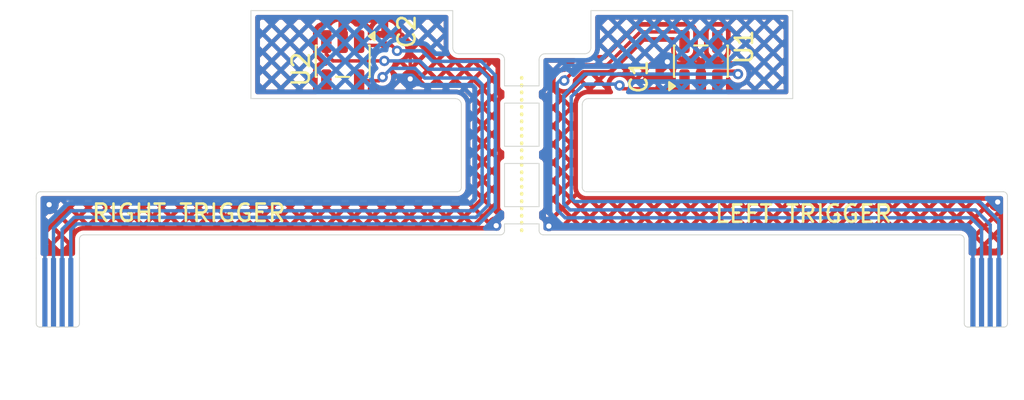
<source format=kicad_pcb>
(kicad_pcb (version 20241229) (generator "pcbnew") (generator_version "9.0")
  (layers (0 "F.Cu" signal) (2 "B.Cu" signal) (13 "F.Paste" user) (15 "B.Paste" user) (5 "F.SilkS" user "F.Silkscreen") (7 "B.SilkS" user "B.Silkscreen") (1 "F.Mask" user) (3 "B.Mask" user) (25 "Edge.Cuts" user))
  (net 0 "")
  (net 3 "GND")
  (net 4 "TRIGGER_EN_L")
  (net 5 "+3V3")
  (net 6 "ADC_0")
  (net 7 "ADC_1")
  (net 8 "TRIGGER_EN_R")
  (net 9 "+3V3L")
  (net 10 "GNDL")
  (footprint "Capacitor_SMD:C_0201_0603Metric" (layer "F.Cu") (at 261.6708 150.241 -90)
    (property "Reference" "C1" (at -0.381 1.1684 90) (layer "F.SilkS"))
    (property "Value" "100n")
    (pad "1" smd roundrect (at -0.32 0 270) (size 0.46 0.4) (layers "F.Cu" "F.Mask") (net 10 "GNDL"))
    (pad "2" smd roundrect (at 0.32 0 270) (size 0.46 0.4) (layers "F.Cu" "F.Mask") (net 9 "+3V3L"))
  )
  (footprint "hhl:505110-0492 Ribbon" (layer "F.Cu") (at 280.59545 162.37324 -90)
    (property "Reference" "J2" (hide yes))
    (property "Value" "Conn_01x04_Pin")
    (fp_line (start 1.8 1.25) (end -2 1.25) (stroke (width 0.05)) (layer "Edge.Cuts"))
    (fp_line (start 2 -1.050001) (end 2 1.050001) (stroke (width 0.05)) (layer "Edge.Cuts"))
    (fp_line (start -2 -1.25) (end 1.8 -1.25) (stroke (width 0.05)) (layer "Edge.Cuts"))
    (fp_arc (start 2 1.050001) (mid 1.941421 1.191421) (end 1.8 1.25) (stroke (width 0.05)) (layer "Edge.Cuts"))
    (fp_arc (start 1.8 -1.25) (mid 1.941421 -1.191421) (end 2 -1.050001) (stroke (width 0.05)) (layer "Edge.Cuts"))
    (pad "1" smd roundrect (at 0 -0.75 90) (size 4 0.3) (layers "B.Cu" "B.Mask") (roundrect_rratio 0.05) (net 9 "+3V3L"))
    (pad "2" smd roundrect (at 0 -0.25 90) (size 4 0.3) (layers "B.Cu" "B.Mask") (roundrect_rratio 0.05) (net 4 "TRIGGER_EN_L"))
    (pad "3" smd roundrect (at 0 0.25 90) (size 4 0.3) (layers "B.Cu" "B.Mask") (roundrect_rratio 0.05) (net 6 "ADC_0"))
    (pad "4" smd roundrect (at 0 0.75 90) (size 4 0.3) (layers "B.Cu" "B.Mask") (roundrect_rratio 0.05) (net 10 "GNDL"))
  )
  (footprint "Package_TO_SOT_SMD:SOT-23-5" (layer "F.Cu") (at 264.097844 148.96125 90)
    (property "Reference" "U1" (at 0.82845 2.500556 90) (layer "F.SilkS"))
    (property "Value" "HAL4395")
    (fp_line (start 0.91 -1.56) (end 0.91 -1.51) (stroke (width 0.12)) (layer "F.SilkS"))
    (fp_line (start -0.91 -1.56) (end 0.91 -1.56) (stroke (width 0.12)) (layer "F.SilkS"))
    (fp_line (start -0.91 -1.51) (end -0.91 -1.56) (stroke (width 0.12)) (layer "F.SilkS"))
    (fp_line (start 0.91 -0.39) (end 0.91 0.39) (stroke (width 0.12)) (layer "F.SilkS"))
    (fp_line (start 0.91 1.51) (end 0.91 1.56) (stroke (width 0.12)) (layer "F.SilkS"))
    (fp_line (start 0.91 1.56) (end -0.91 1.56) (stroke (width 0.12)) (layer "F.SilkS"))
    (fp_line (start -0.91 1.56) (end -0.91 1.51) (stroke (width 0.12)) (layer "F.SilkS"))
    (fp_poly (pts (xy -1.45 -1.51) (xy -1.69 -1.84) (xy -1.21 -1.84)) (stroke (width 0.12)) (fill yes) (layer "F.SilkS"))
    (pad "1" smd roundrect (at -1.1375 -0.949999 90) (size 1.325 0.6) (layers "F.Cu" "F.Mask" "F.Paste") (net 9 "+3V3L"))
    (pad "2" smd roundrect (at -1.1375 0 90) (size 1.325 0.6) (layers "F.Cu" "F.Mask" "F.Paste") (net 10 "GNDL"))
    (pad "3" smd roundrect (at -1.1375 0.949999 90) (size 1.325 0.6) (layers "F.Cu" "F.Mask" "F.Paste") (net 4 "TRIGGER_EN_L"))
    (pad "4" smd roundrect (at 1.1375 0.949999 90) (size 1.325 0.6) (layers "F.Cu" "F.Mask" "F.Paste"))
    (pad "5" smd roundrect (at 1.1375 -0.949999 90) (size 1.325 0.6) (layers "F.Cu" "F.Mask" "F.Paste") (net 6 "ADC_0"))
  )
  (footprint "hhl:505110-0492 Ribbon" (layer "F.Cu") (at 226.867666 162.37324 -90)
    (property "Reference" "J1" (hide yes))
    (property "Value" "Conn_01x04_Pin")
    (fp_line (start 1.8 1.25) (end -2 1.25) (stroke (width 0.05)) (layer "Edge.Cuts"))
    (fp_line (start 2 -1.050001) (end 2 1.050001) (stroke (width 0.05)) (layer "Edge.Cuts"))
    (fp_line (start -2 -1.25) (end 1.8 -1.25) (stroke (width 0.05)) (layer "Edge.Cuts"))
    (fp_arc (start 2 1.050001) (mid 1.941421 1.191421) (end 1.8 1.25) (stroke (width 0.05)) (layer "Edge.Cuts"))
    (fp_arc (start 1.8 -1.25) (mid 1.941421 -1.191421) (end 2 -1.050001) (stroke (width 0.05)) (layer "Edge.Cuts"))
    (pad "1" smd roundrect (at 0 -0.75 90) (size 4 0.3) (layers "B.Cu" "B.Mask") (roundrect_rratio 0.05) (net 5 "+3V3"))
    (pad "2" smd roundrect (at 0 -0.25 90) (size 4 0.3) (layers "B.Cu" "B.Mask") (roundrect_rratio 0.05) (net 8 "TRIGGER_EN_R"))
    (pad "3" smd roundrect (at 0 0.25 90) (size 4 0.3) (layers "B.Cu" "B.Mask") (roundrect_rratio 0.05) (net 7 "ADC_1"))
    (pad "4" smd roundrect (at 0 0.75 90) (size 4 0.3) (layers "B.Cu" "B.Mask") (roundrect_rratio 0.05) (net 3 "GND"))
  )
  (footprint "Package_TO_SOT_SMD:SOT-23-5" (layer "F.Cu") (at 243.361756 148.96125 -90)
    (property "Reference" "U2" (at 0.46695 2.417356 90) (layer "F.SilkS"))
    (property "Value" "HAL4395")
    (fp_line (start -0.91 1.56) (end -0.91 1.51) (stroke (width 0.12)) (layer "F.SilkS"))
    (fp_line (start 0.91 1.56) (end -0.91 1.56) (stroke (width 0.12)) (layer "F.SilkS"))
    (fp_line (start 0.91 1.51) (end 0.91 1.56) (stroke (width 0.12)) (layer "F.SilkS"))
    (fp_line (start 0.91 -0.39) (end 0.91 0.39) (stroke (width 0.12)) (layer "F.SilkS"))
    (fp_line (start -0.91 -1.51) (end -0.91 -1.56) (stroke (width 0.12)) (layer "F.SilkS"))
    (fp_line (start -0.91 -1.56) (end 0.91 -1.56) (stroke (width 0.12)) (layer "F.SilkS"))
    (fp_line (start 0.91 -1.56) (end 0.91 -1.51) (stroke (width 0.12)) (layer "F.SilkS"))
    (fp_poly (pts (xy -1.45 -1.51) (xy -1.69 -1.84) (xy -1.21 -1.84)) (stroke (width 0.12)) (fill yes) (layer "F.SilkS"))
    (pad "1" smd roundrect (at -1.1375 -0.949999 270) (size 1.325 0.6) (layers "F.Cu" "F.Mask" "F.Paste") (net 5 "+3V3"))
    (pad "2" smd roundrect (at -1.1375 0 270) (size 1.325 0.6) (layers "F.Cu" "F.Mask" "F.Paste") (net 3 "GND"))
    (pad "3" smd roundrect (at -1.1375 0.949999 270) (size 1.325 0.6) (layers "F.Cu" "F.Mask" "F.Paste") (net 8 "TRIGGER_EN_R"))
    (pad "4" smd roundrect (at 1.1375 0.949999 270) (size 1.325 0.6) (layers "F.Cu" "F.Mask" "F.Paste"))
    (pad "5" smd roundrect (at 1.1375 -0.949999 270) (size 1.325 0.6) (layers "F.Cu" "F.Mask" "F.Paste") (net 7 "ADC_1"))
  )
  (footprint "Capacitor_SMD:C_0201_0603Metric" (layer "F.Cu") (at 245.7958 147.7264 -90)
    (property "Reference" "C2" (at -0.4826 -1.27 90) (layer "F.SilkS"))
    (property "Value" "100n")
    (pad "1" smd roundrect (at -0.32 0 270) (size 0.46 0.4) (layers "F.Cu" "F.Mask") (net 3 "GND"))
    (pad "2" smd roundrect (at 0.32 0 270) (size 0.46 0.4) (layers "F.Cu" "F.Mask") (net 5 "+3V3"))
  )
  (gr_line (start 253.7206 150.3426) (end 253.7206 159.4612) (stroke (width 0.2) (type dot)) (layer "F.SilkS"))
  (gr_line (start 253.7206 149.9108) (end 253.7206 158.3944) (stroke (width 0.2) (type dot)) (layer "F.SilkS"))
  (gr_arc (start 250.0798 148.53) (mid 249.832313 148.427487) (end 249.7298 148.18) (stroke (width 0.05)) (layer "Edge.Cuts"))
  (gr_arc (start 228.116961 159.280161) (mid 228.190127 159.10328) (end 228.366961 159.03) (stroke (width 0.05)) (layer "Edge.Cuts"))
  (gr_line (start 254.7298 148.88) (end 254.7298 150.392112) (stroke (width 0.05)) (layer "Edge.Cuts"))
  (gr_arc (start 249.8798 151.13) (mid 250.127287 151.232513) (end 250.2298 151.48) (stroke (width 0.05)) (layer "Edge.Cuts"))
  (gr_arc (start 281.592972 156.53) (mid 281.769688 156.603163) (end 281.842972 156.779828) (stroke (width 0.05)) (layer "Edge.Cuts"))
  (gr_line (start 254.7298 154.892111) (end 254.7298 157.392111) (stroke (width 0.05)) (layer "Edge.Cuts"))
  (gr_arc (start 250.2298 156.280001) (mid 250.156576 156.456777) (end 249.9798 156.530001) (stroke (width 0.05)) (layer "Edge.Cuts"))
  (gr_line (start 228.117666 160.37324) (end 228.116961 159.280161) (stroke (width 0.05)) (layer "Edge.Cuts"))
  (gr_line (start 269.413801 151.13) (end 269.4138 146.03) (stroke (width 0.05)) (layer "Edge.Cuts"))
  (gr_line (start 252.3798 148.529999) (end 250.0798 148.53) (stroke (width 0.05)) (layer "Edge.Cuts"))
  (gr_arc (start 257.4798 156.53) (mid 257.303023 156.456777) (end 257.2298 156.28) (stroke (width 0.05)) (layer "Edge.Cuts"))
  (gr_line (start 254.7298 150.392112) (end 252.7298 150.392111) (stroke (width 0.05)) (layer "Edge.Cuts"))
  (gr_line (start 249.7298 148.18) (end 249.7298 146.03) (stroke (width 0.05)) (layer "Edge.Cuts"))
  (gr_line (start 257.579799 151.13) (end 269.413801 151.13) (stroke (width 0.05)) (layer "Edge.Cuts"))
  (gr_arc (start 257.7298 148.179999) (mid 257.627287 148.427486) (end 257.3798 148.529999) (stroke (width 0.05)) (layer "Edge.Cuts"))
  (gr_line (start 257.729799 146.03) (end 257.7298 148.179999) (stroke (width 0.05)) (layer "Edge.Cuts"))
  (gr_line (start 281.84545 160.37324) (end 281.842972 156.779828) (stroke (width 0.05)) (layer "Edge.Cuts"))
  (gr_arc (start 225.616856 156.780056) (mid 225.690057 156.603228) (end 225.866856 156.53) (stroke (width 0.05)) (layer "Edge.Cuts"))
  (gr_line (start 257.3798 148.529999) (end 255.0798 148.53) (stroke (width 0.05)) (layer "Edge.Cuts"))
  (gr_line (start 252.7298 150.392111) (end 252.7298 148.879999) (stroke (width 0.05)) (layer "Edge.Cuts"))
  (gr_line (start 257.2298 156.28) (end 257.229799 151.48) (stroke (width 0.05)) (layer "Edge.Cuts"))
  (gr_line (start 225.616856 156.780056) (end 225.617666 160.37324) (stroke (width 0.05)) (layer "Edge.Cuts"))
  (gr_line (start 252.7298 151.392112) (end 254.7298 151.392112) (stroke (width 0.05)) (layer "Edge.Cuts"))
  (gr_line (start 254.7298 157.392111) (end 252.7298 157.392112) (stroke (width 0.05)) (layer "Edge.Cuts"))
  (gr_arc (start 252.3798 148.529999) (mid 252.627288 148.632512) (end 252.7298 148.879999) (stroke (width 0.05)) (layer "Edge.Cuts"))
  (gr_line (start 249.9798 156.530001) (end 225.866856 156.53) (stroke (width 0.05)) (layer "Edge.Cuts"))
  (gr_line (start 254.7298 158.392112) (end 254.7298 158.78) (stroke (width 0.05)) (layer "Edge.Cuts"))
  (gr_line (start 252.7298 158.392113) (end 254.7298 158.392112) (stroke (width 0.05)) (layer "Edge.Cuts"))
  (gr_line (start 254.7298 151.392112) (end 254.7298 153.892113) (stroke (width 0.05)) (layer "Edge.Cuts"))
  (gr_arc (start 257.229799 151.48) (mid 257.332312 151.232512) (end 257.579799 151.13) (stroke (width 0.05)) (layer "Edge.Cuts"))
  (gr_line (start 254.7298 153.892113) (end 252.7298 153.892112) (stroke (width 0.05)) (layer "Edge.Cuts"))
  (gr_line (start 252.7298 157.392112) (end 252.7298 154.892112) (stroke (width 0.05)) (layer "Edge.Cuts"))
  (gr_arc (start 279.093293 159.03) (mid 279.2699 159.103047) (end 279.343292 159.279507) (stroke (width 0.05)) (layer "Edge.Cuts"))
  (gr_line (start 252.7298 153.892112) (end 252.7298 151.392112) (stroke (width 0.05)) (layer "Edge.Cuts"))
  (gr_line (start 249.7298 146.03) (end 238.0458 146.029999) (stroke (width 0.05)) (layer "Edge.Cuts"))
  (gr_arc (start 254.7298 148.88) (mid 254.832313 148.632513) (end 255.0798 148.53) (stroke (width 0.05)) (layer "Edge.Cuts"))
  (gr_line (start 281.592972 156.53) (end 257.4798 156.53) (stroke (width 0.05)) (layer "Edge.Cuts"))
  (gr_line (start 279.343292 159.279507) (end 279.34545 160.37324) (stroke (width 0.05)) (layer "Edge.Cuts"))
  (gr_line (start 238.0458 151.13) (end 249.8798 151.13) (stroke (width 0.05)) (layer "Edge.Cuts"))
  (gr_line (start 238.0458 146.029999) (end 238.0458 151.13) (stroke (width 0.05)) (layer "Edge.Cuts"))
  (gr_line (start 252.7298 158.780001) (end 252.7298 158.392113) (stroke (width 0.05)) (layer "Edge.Cuts"))
  (gr_line (start 269.4138 146.03) (end 257.729799 146.03) (stroke (width 0.05)) (layer "Edge.Cuts"))
  (gr_arc (start 252.7298 158.780001) (mid 252.656577 158.956778) (end 252.4798 159.030001) (stroke (width 0.05)) (layer "Edge.Cuts"))
  (gr_line (start 228.366961 159.03) (end 252.4798 159.030001) (stroke (width 0.05)) (layer "Edge.Cuts"))
  (gr_line (start 254.9798 159.03) (end 279.093293 159.03) (stroke (width 0.05)) (layer "Edge.Cuts"))
  (gr_line (start 250.2298 151.48) (end 250.2298 156.280001) (stroke (width 0.05)) (layer "Edge.Cuts"))
  (gr_arc (start 254.9798 159.03) (mid 254.803023 158.956777) (end 254.7298 158.78) (stroke (width 0.05)) (layer "Edge.Cuts"))
  (gr_line (start 252.7298 154.892112) (end 254.7298 154.892111) (stroke (width 0.05)) (layer "Edge.Cuts"))
  (gr_text "RIGHT TRIGGER" (at 228.7524 158.3436 0) (layer "F.SilkS") (effects (font (size 1 1)) (justify left bottom)))
  (gr_text "LEFT TRIGGER" (at 264.8204 158.3944 0) (layer "F.SilkS") (effects (font (size 1 1)) (justify left bottom)))
  (segment (start 247.269 147.8788) (end 246.7966 147.4064) (width 0.2) (layer "F.Cu") (net 3))
  (segment (start 243.361756 147.036244) (end 243.7638 146.6342) (width 0.2) (layer "F.Cu") (net 3))
  (segment (start 243.361756 147.82375) (end 243.361756 147.036244) (width 0.2) (layer "F.Cu") (net 3))
  (segment (start 243.7638 146.6342) (end 245.4148 146.6342) (width 0.2) (layer "F.Cu") (net 3))
  (segment (start 245.4148 146.6342) (end 245.7958 147.0152) (width 0.2) (layer "F.Cu") (net 3))
  (segment (start 245.7958 147.0152) (end 245.7958 147.4064) (width 0.2) (layer "F.Cu") (net 3))
  (segment (start 246.7966 147.4064) (end 245.7958 147.4064) (width 0.2) (layer "F.Cu") (net 3))
  (segment (start 247.269 149.987) (end 247.269 147.8788) (width 0.2) (layer "F.Cu") (net 3))
  (via (at 226.3648 157.2768) (size 0.6) (drill 0.3) (layers "F.Cu" "B.Cu") (net 3))
  (via (at 252.2474 158.496) (size 0.6) (drill 0.3) (layers "F.Cu" "B.Cu") (net 3))
  (via (at 247.269 149.987) (size 0.6) (drill 0.3) (layers "F.Cu" "B.Cu") (net 3))
  (segment (start 226.117666 162.37324) (end 226.117666 158.565334) (width 0.2) (layer "B.Cu") (net 3))
  (segment (start 250.8504 150.3172) (end 249.3264 150.3172) (width 0.2) (layer "B.Cu") (net 3))
  (segment (start 250.9012 150.368) (end 250.8504 150.3172) (width 0.2) (layer "B.Cu") (net 3))
  (segment (start 249.3264 150.3172) (end 247.5992 150.3172) (width 0.2) (layer "B.Cu") (net 3))
  (segment (start 226.7458 157.9372) (end 227.457 157.226) (width 0.2) (layer "B.Cu") (net 3))
  (segment (start 250.7234 157.226) (end 250.8504 157.099) (width 0.2) (layer "B.Cu") (net 3))
  (segment (start 251.0536 156.0322) (end 251.0536 150.5204) (width 0.2) (layer "B.Cu") (net 3))
  (segment (start 227.9904 157.226) (end 250.7234 157.226) (width 0.2) (layer "B.Cu") (net 3))
  (segment (start 226.117666 158.565334) (end 226.7458 157.9372) (width 0.2) (layer "B.Cu") (net 3))
  (segment (start 250.8504 157.099) (end 251.0536 156.8958) (width 0.2) (layer "B.Cu") (net 3))
  (segment (start 251.0536 156.8958) (end 251.0536 156.0322) (width 0.2) (layer "B.Cu") (net 3))
  (segment (start 247.5992 150.3172) (end 247.269 149.987) (width 0.2) (layer "B.Cu") (net 3))
  (segment (start 227.457 157.226) (end 227.9904 157.226) (width 0.2) (layer "B.Cu") (net 3))
  (segment (start 251.0536 150.5204) (end 250.9012 150.368) (width 0.2) (layer "B.Cu") (net 3))
  (segment (start 266.077556 149.542356) (end 264.882351 149.542356) (width 0.2) (layer "F.Cu") (net 4))
  (segment (start 266.2428 149.7076) (end 266.077556 149.542356) (width 0.2) (layer "F.Cu") (net 4))
  (via (at 266.2428 149.7076) (size 0.6) (drill 0.3) (layers "F.Cu" "B.Cu") (net 4))
  (segment (start 256.159 150.9268) (end 257.3782 149.7076) (width 0.2) (layer "B.Cu") (net 4))
  (segment (start 279.9842 157.5816) (end 256.5146 157.5816) (width 0.2) (layer "B.Cu") (net 4))
  (segment (start 280.84545 162.37324) (end 280.84545 158.44285) (width 0.2) (layer "B.Cu") (net 4))
  (segment (start 257.3782 149.7076) (end 266.2428 149.7076) (width 0.2) (layer "B.Cu") (net 4))
  (segment (start 280.84545 158.44285) (end 279.9842 157.5816) (width 0.2) (layer "B.Cu") (net 4))
  (segment (start 256.159 157.226) (end 256.159 150.9268) (width 0.2) (layer "B.Cu") (net 4))
  (segment (start 256.5146 157.5816) (end 256.159 157.226) (width 0.2) (layer "B.Cu") (net 4))
  (segment (start 246.507 148.3614) (end 246.192 148.0464) (width 0.2) (layer "F.Cu") (net 5))
  (segment (start 246.192 148.0464) (end 245.7958 148.0464) (width 0.2) (layer "F.Cu") (net 5))
  (segment (start 244.534405 148.0464) (end 245.7958 148.0464) (width 0.2) (layer "F.Cu") (net 5))
  (segment (start 244.311755 147.82375) (end 244.534405 148.0464) (width 0.2) (layer "F.Cu") (net 5))
  (via (at 246.507 148.3614) (size 0.6) (drill 0.3) (layers "F.Cu" "B.Cu") (net 5))
  (segment (start 251.3838 148.971) (end 252.1966 149.7838) (width 0.2) (layer "B.Cu") (net 5))
  (segment (start 248.5644 148.971) (end 251.3838 148.971) (width 0.2) (layer "B.Cu") (net 5))
  (segment (start 247.9548 148.3614) (end 248.5644 148.971) (width 0.2) (layer "B.Cu") (net 5))
  (segment (start 252.1966 149.7838) (end 252.1966 157.4546) (width 0.2) (layer "B.Cu") (net 5))
  (segment (start 252.1966 157.4546) (end 251.2568 158.3944) (width 0.2) (layer "B.Cu") (net 5))
  (segment (start 227.965 158.3944) (end 227.617666 158.741734) (width 0.2) (layer "B.Cu") (net 5))
  (segment (start 246.507 148.3614) (end 247.9548 148.3614) (width 0.2) (layer "B.Cu") (net 5))
  (segment (start 227.617666 158.741734) (end 227.617666 162.37324) (width 0.2) (layer "B.Cu") (net 5))
  (segment (start 251.2568 158.3944) (end 227.965 158.3944) (width 0.2) (layer "B.Cu") (net 5))
  (segment (start 260.583097 147.264703) (end 263.313789 147.264703) (width 0.2) (layer "F.Cu") (net 6))
  (segment (start 257.0988 149.1742) (end 258.6736 149.1742) (width 0.2) (layer "F.Cu") (net 6))
  (segment (start 258.6736 149.1742) (end 260.583097 147.264703) (width 0.2) (layer "F.Cu") (net 6))
  (segment (start 256.1844 150.0886) (end 257.0988 149.1742) (width 0.2) (layer "F.Cu") (net 6))
  (via (at 256.1844 150.0886) (size 0.6) (drill 0.3) (layers "F.Cu" "B.Cu") (net 6))
  (segment (start 256.2352 150.0378) (end 256.2352 149.86) (width 0.2) (layer "B.Cu") (net 6))
  (segment (start 256.1844 150.0886) (end 256.2352 150.0378) (width 0.2) (layer "B.Cu") (net 6))
  (segment (start 255.778 150.241) (end 255.778 157.5816) (width 0.2) (layer "B.Cu") (net 6))
  (segment (start 279.7302 158.0388) (end 280.34545 158.65405) (width 0.2) (layer "B.Cu") (net 6))
  (segment (start 256.2352 158.0388) (end 279.7302 158.0388) (width 0.2) (layer "B.Cu") (net 6))
  (segment (start 280.34545 158.65405) (end 280.34545 162.37324) (width 0.2) (layer "B.Cu") (net 6))
  (segment (start 255.778 157.5816) (end 256.2352 158.0388) (width 0.2) (layer "B.Cu") (net 6))
  (segment (start 255.9304 150.0886) (end 255.778 150.241) (width 0.2) (layer "B.Cu") (net 6))
  (segment (start 256.1844 150.0886) (end 255.9304 150.0886) (width 0.2) (layer "B.Cu") (net 6))
  (segment (start 245.45545 150.09875) (end 245.6688 149.8854) (width 0.2) (layer "F.Cu") (net 7))
  (segment (start 245.6688 149.8854) (end 245.6688 149.9616) (width 0.2) (layer "F.Cu") (net 7))
  (segment (start 244.311755 150.09875) (end 245.45545 150.09875) (width 0.2) (layer "F.Cu") (net 7))
  (via (at 245.6688 149.8854) (size 0.6) (drill 0.3) (layers "F.Cu" "B.Cu") (net 7))
  (segment (start 251.4346 150.3172) (end 251.0536 149.9362) (width 0.2) (layer "B.Cu") (net 7))
  (segment (start 226.617666 162.37324) (end 226.617666 158.649534) (width 0.2) (layer "B.Cu") (net 7))
  (segment (start 247.5484 149.3774) (end 246.1768 149.3774) (width 0.2) (layer "B.Cu") (net 7))
  (segment (start 246.1768 149.3774) (end 245.6688 149.8854) (width 0.2) (layer "B.Cu") (net 7))
  (segment (start 227.6348 157.6324) (end 250.952 157.6324) (width 0.2) (layer "B.Cu") (net 7))
  (segment (start 251.0536 149.9362) (end 248.1072 149.9362) (width 0.2) (layer "B.Cu") (net 7))
  (segment (start 248.1072 149.9362) (end 247.5484 149.3774) (width 0.2) (layer "B.Cu") (net 7))
  (segment (start 250.952 157.6324) (end 251.4346 157.1498) (width 0.2) (layer "B.Cu") (net 7))
  (segment (start 251.4346 157.1498) (end 251.4346 150.3172) (width 0.2) (layer "B.Cu") (net 7))
  (segment (start 226.617666 158.649534) (end 227.6348 157.6324) (width 0.2) (layer "B.Cu") (net 7))
  (segment (start 242.7986 148.9456) (end 245.7704 148.9456) (width 0.2) (layer "F.Cu") (net 8))
  (segment (start 242.411757 147.82375) (end 242.411757 148.558757) (width 0.2) (layer "F.Cu") (net 8))
  (segment (start 242.7224 148.8694) (end 242.7986 148.9456) (width 0.2) (layer "F.Cu") (net 8))
  (segment (start 242.411757 148.558757) (end 242.7224 148.8694) (width 0.2) (layer "F.Cu") (net 8))
  (via (at 245.7704 148.9456) (size 0.6) (drill 0.3) (layers "F.Cu" "B.Cu") (net 8))
  (segment (start 251.079 158.0134) (end 251.8156 157.2768) (width 0.2) (layer "B.Cu") (net 8))
  (segment (start 227.117666 162.37324) (end 227.117666 158.708334) (width 0.2) (layer "B.Cu") (net 8))
  (segment (start 251.8156 157.2768) (end 251.8156 149.9362) (width 0.2) (layer "B.Cu") (net 8))
  (segment (start 227.117666 158.708334) (end 227.8126 158.0134) (width 0.2) (layer "B.Cu") (net 8))
  (segment (start 251.3076 149.4282) (end 248.3104 149.4282) (width 0.2) (layer "B.Cu") (net 8))
  (segment (start 247.8278 148.9456) (end 245.7704 148.9456) (width 0.2) (layer "B.Cu") (net 8))
  (segment (start 251.8156 149.9362) (end 251.3076 149.4282) (width 0.2) (layer "B.Cu") (net 8))
  (segment (start 248.3104 149.4282) (end 247.8278 148.9456) (width 0.2) (layer "B.Cu") (net 8))
  (segment (start 227.8126 158.0134) (end 251.079 158.0134) (width 0.2) (layer "B.Cu") (net 8))
  (segment (start 263.147845 150.09875) (end 263.147845 150.371731) (width 0.2) (layer "F.Cu") (net 9))
  (segment (start 259.3848 150.368) (end 259.5778 150.561) (width 0.2) (layer "F.Cu") (net 9))
  (segment (start 263.147845 150.371731) (end 262.958576 150.561) (width 0.2) (layer "F.Cu") (net 9))
  (segment (start 259.5778 150.561) (end 261.6708 150.561) (width 0.2) (layer "F.Cu") (net 9))
  (segment (start 262.958576 150.561) (end 261.6708 150.561) (width 0.2) (layer "F.Cu") (net 9))
  (via (at 259.3848 150.368) (size 0.6) (drill 0.3) (layers "F.Cu" "B.Cu") (net 9))
  (segment (start 281.34545 158.20625) (end 280.2382 157.099) (width 0.2) (layer "B.Cu") (net 9))
  (segment (start 259.3086 150.2918) (end 259.3848 150.368) (width 0.2) (layer "B.Cu") (net 9))
  (segment (start 256.794 157.099) (end 256.5908 156.8958) (width 0.2) (layer "B.Cu") (net 9))
  (segment (start 257.3274 150.2918) (end 259.3086 150.2918) (width 0.2) (layer "B.Cu") (net 9))
  (segment (start 256.5908 151.0284) (end 257.3274 150.2918) (width 0.2) (layer "B.Cu") (net 9))
  (segment (start 280.2382 157.099) (end 256.794 157.099) (width 0.2) (layer "B.Cu") (net 9))
  (segment (start 281.34545 162.37324) (end 281.34545 158.20625) (width 0.2) (layer "B.Cu") (net 9))
  (segment (start 256.5908 156.8958) (end 256.5908 151.0284) (width 0.2) (layer "B.Cu") (net 9))
  (segment (start 262.0645 149.3393) (end 261.6708 149.733) (width 0.2) (layer "F.Cu") (net 10))
  (segment (start 263.8298 149.0726) (end 262.3312 149.0726) (width 0.2) (layer "F.Cu") (net 10))
  (segment (start 264.097844 149.340644) (end 263.8298 149.0726) (width 0.2) (layer "F.Cu") (net 10))
  (segment (start 262.0645 149.0853) (end 262.0645 149.3393) (width 0.2) (layer "F.Cu") (net 10))
  (segment (start 262.1534 148.9964) (end 262.0645 149.0853) (width 0.2) (layer "F.Cu") (net 10))
  (segment (start 264.097844 150.09875) (end 264.097844 149.340644) (width 0.2) (layer "F.Cu") (net 10))
  (segment (start 262.3312 149.0726) (end 262.0645 149.3393) (width 0.2) (layer "F.Cu") (net 10))
  (segment (start 261.6708 149.733) (end 261.6708 149.921) (width 0.2) (layer "F.Cu") (net 10))
  (via (at 262.1534 148.9964) (size 0.6) (drill 0.3) (layers "F.Cu" "B.Cu") (net 10))
  (via (at 281.2796 157.1244) (size 0.6) (drill 0.3) (layers "F.Cu" "B.Cu") (net 10))
  (via (at 255.2954 158.5214) (size 0.6) (drill 0.3) (layers "F.Cu" "B.Cu") (net 10))
  (segment (start 255.397 157.7848) (end 256.1336 158.5214) (width 0.2) (layer "B.Cu") (net 10))
  (segment (start 279.6286 158.5214) (end 279.84545 158.73825) (width 0.2) (layer "B.Cu") (net 10))
  (segment (start 256.2606 149.1996) (end 255.397 150.0632) (width 0.2) (layer "B.Cu") (net 10))
  (segment (start 279.84545 158.73825) (end 279.84545 162.37324) (width 0.2) (layer "B.Cu") (net 10))
  (segment (start 256.1336 158.5214) (end 279.6286 158.5214) (width 0.2) (layer "B.Cu") (net 10))
  (segment (start 261.9502 149.1996) (end 256.2606 149.1996) (width 0.2) (layer "B.Cu") (net 10))
  (segment (start 262.1534 148.9964) (end 261.9502 149.1996) (width 0.2) (layer "B.Cu") (net 10))
  (segment (start 255.397 150.0632) (end 255.397 157.7848) (width 0.2) (layer "B.Cu") (net 10))
  (zone (net 3) (net_name "GND") (layers "F.Cu" "B.Cu") (connect_pads (clearance 0.2)) (min_thickness 0.25) (fill yes (mode hatch) (thermal_gap 0.5) (thermal_bridge_width 0.5) (hatch_thickness 0.25) (hatch_gap 0.5) (hatch_orientation 45) (hatch_border_algorithm hatch_thickness) (hatch_min_hole_area 0.3))
    (polygon (pts (xy 225.1964 160.2486) (xy 228.2444 160.2486) (xy 228.346 159.258) (xy 252.7046 159.1564) (xy 252.73 148.3106) (xy 250.2916 148.1836) (xy 250.1646 145.4404) (xy 235.5342 145.4658) (xy 224.6376 151.2316)))
  )
  (zone (net 10) (net_name "GNDL") (layers "F.Cu" "B.Cu") (connect_pads (clearance 0.2)) (min_thickness 0.25) (fill yes (mode hatch) (thermal_gap 0.5) (thermal_bridge_width 0.5) (hatch_thickness 0.25) (hatch_gap 0.5) (hatch_orientation 45) (hatch_border_algorithm hatch_thickness) (hatch_min_hole_area 0.3))
    (polygon (pts (xy 282.2448 160.2232) (xy 279.1968 160.2232) (xy 279.0952 159.2326) (xy 254.7366 159.131) (xy 254.7112 148.2852) (xy 257.1496 148.1582) (xy 257.2766 145.415) (xy 271.907 145.4404) (xy 282.8036 151.2062)))
  )
)
</source>
